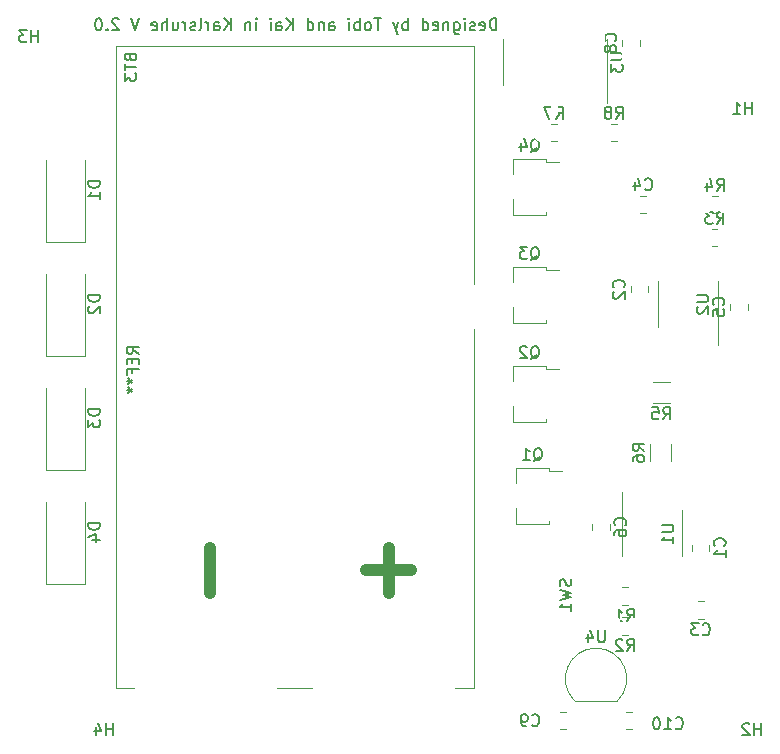
<source format=gbo>
%TF.GenerationSoftware,KiCad,Pcbnew,(5.1.8)-1*%
%TF.CreationDate,2021-11-19T10:40:59+01:00*%
%TF.ProjectId,Base,42617365-2e6b-4696-9361-645f70636258,rev?*%
%TF.SameCoordinates,Original*%
%TF.FileFunction,Legend,Bot*%
%TF.FilePolarity,Positive*%
%FSLAX46Y46*%
G04 Gerber Fmt 4.6, Leading zero omitted, Abs format (unit mm)*
G04 Created by KiCad (PCBNEW (5.1.8)-1) date 2021-11-19 10:40:59*
%MOMM*%
%LPD*%
G01*
G04 APERTURE LIST*
%ADD10C,0.150000*%
%ADD11C,0.120000*%
%ADD12C,1.000000*%
%ADD13O,4.200000X3.200000*%
%ADD14R,12.000000X8.000000*%
%ADD15R,1.500000X2.000000*%
%ADD16O,1.500000X2.000000*%
%ADD17O,0.900000X2.000000*%
%ADD18R,1.800000X3.500000*%
%ADD19R,2.600000X0.900000*%
%ADD20C,0.100000*%
%ADD21O,4.000000X6.500000*%
%ADD22O,6.500000X4.000000*%
%ADD23C,3.200000*%
G04 APERTURE END LIST*
D10*
X153312380Y-68994380D02*
X153312380Y-67994380D01*
X153074285Y-67994380D01*
X152931428Y-68042000D01*
X152836190Y-68137238D01*
X152788571Y-68232476D01*
X152740952Y-68422952D01*
X152740952Y-68565809D01*
X152788571Y-68756285D01*
X152836190Y-68851523D01*
X152931428Y-68946761D01*
X153074285Y-68994380D01*
X153312380Y-68994380D01*
X151931428Y-68946761D02*
X152026666Y-68994380D01*
X152217142Y-68994380D01*
X152312380Y-68946761D01*
X152360000Y-68851523D01*
X152360000Y-68470571D01*
X152312380Y-68375333D01*
X152217142Y-68327714D01*
X152026666Y-68327714D01*
X151931428Y-68375333D01*
X151883809Y-68470571D01*
X151883809Y-68565809D01*
X152360000Y-68661047D01*
X151502857Y-68946761D02*
X151407619Y-68994380D01*
X151217142Y-68994380D01*
X151121904Y-68946761D01*
X151074285Y-68851523D01*
X151074285Y-68803904D01*
X151121904Y-68708666D01*
X151217142Y-68661047D01*
X151360000Y-68661047D01*
X151455238Y-68613428D01*
X151502857Y-68518190D01*
X151502857Y-68470571D01*
X151455238Y-68375333D01*
X151360000Y-68327714D01*
X151217142Y-68327714D01*
X151121904Y-68375333D01*
X150645714Y-68994380D02*
X150645714Y-68327714D01*
X150645714Y-67994380D02*
X150693333Y-68042000D01*
X150645714Y-68089619D01*
X150598095Y-68042000D01*
X150645714Y-67994380D01*
X150645714Y-68089619D01*
X149740952Y-68327714D02*
X149740952Y-69137238D01*
X149788571Y-69232476D01*
X149836190Y-69280095D01*
X149931428Y-69327714D01*
X150074285Y-69327714D01*
X150169523Y-69280095D01*
X149740952Y-68946761D02*
X149836190Y-68994380D01*
X150026666Y-68994380D01*
X150121904Y-68946761D01*
X150169523Y-68899142D01*
X150217142Y-68803904D01*
X150217142Y-68518190D01*
X150169523Y-68422952D01*
X150121904Y-68375333D01*
X150026666Y-68327714D01*
X149836190Y-68327714D01*
X149740952Y-68375333D01*
X149264761Y-68327714D02*
X149264761Y-68994380D01*
X149264761Y-68422952D02*
X149217142Y-68375333D01*
X149121904Y-68327714D01*
X148979047Y-68327714D01*
X148883809Y-68375333D01*
X148836190Y-68470571D01*
X148836190Y-68994380D01*
X147979047Y-68946761D02*
X148074285Y-68994380D01*
X148264761Y-68994380D01*
X148360000Y-68946761D01*
X148407619Y-68851523D01*
X148407619Y-68470571D01*
X148360000Y-68375333D01*
X148264761Y-68327714D01*
X148074285Y-68327714D01*
X147979047Y-68375333D01*
X147931428Y-68470571D01*
X147931428Y-68565809D01*
X148407619Y-68661047D01*
X147074285Y-68994380D02*
X147074285Y-67994380D01*
X147074285Y-68946761D02*
X147169523Y-68994380D01*
X147360000Y-68994380D01*
X147455238Y-68946761D01*
X147502857Y-68899142D01*
X147550476Y-68803904D01*
X147550476Y-68518190D01*
X147502857Y-68422952D01*
X147455238Y-68375333D01*
X147360000Y-68327714D01*
X147169523Y-68327714D01*
X147074285Y-68375333D01*
X145836190Y-68994380D02*
X145836190Y-67994380D01*
X145836190Y-68375333D02*
X145740952Y-68327714D01*
X145550476Y-68327714D01*
X145455238Y-68375333D01*
X145407619Y-68422952D01*
X145360000Y-68518190D01*
X145360000Y-68803904D01*
X145407619Y-68899142D01*
X145455238Y-68946761D01*
X145550476Y-68994380D01*
X145740952Y-68994380D01*
X145836190Y-68946761D01*
X145026666Y-68327714D02*
X144788571Y-68994380D01*
X144550476Y-68327714D02*
X144788571Y-68994380D01*
X144883809Y-69232476D01*
X144931428Y-69280095D01*
X145026666Y-69327714D01*
X143550476Y-67994380D02*
X142979047Y-67994380D01*
X143264761Y-68994380D02*
X143264761Y-67994380D01*
X142502857Y-68994380D02*
X142598095Y-68946761D01*
X142645714Y-68899142D01*
X142693333Y-68803904D01*
X142693333Y-68518190D01*
X142645714Y-68422952D01*
X142598095Y-68375333D01*
X142502857Y-68327714D01*
X142360000Y-68327714D01*
X142264761Y-68375333D01*
X142217142Y-68422952D01*
X142169523Y-68518190D01*
X142169523Y-68803904D01*
X142217142Y-68899142D01*
X142264761Y-68946761D01*
X142360000Y-68994380D01*
X142502857Y-68994380D01*
X141740952Y-68994380D02*
X141740952Y-67994380D01*
X141740952Y-68375333D02*
X141645714Y-68327714D01*
X141455238Y-68327714D01*
X141360000Y-68375333D01*
X141312380Y-68422952D01*
X141264761Y-68518190D01*
X141264761Y-68803904D01*
X141312380Y-68899142D01*
X141360000Y-68946761D01*
X141455238Y-68994380D01*
X141645714Y-68994380D01*
X141740952Y-68946761D01*
X140836190Y-68994380D02*
X140836190Y-68327714D01*
X140836190Y-67994380D02*
X140883809Y-68042000D01*
X140836190Y-68089619D01*
X140788571Y-68042000D01*
X140836190Y-67994380D01*
X140836190Y-68089619D01*
X139169523Y-68994380D02*
X139169523Y-68470571D01*
X139217142Y-68375333D01*
X139312380Y-68327714D01*
X139502857Y-68327714D01*
X139598095Y-68375333D01*
X139169523Y-68946761D02*
X139264761Y-68994380D01*
X139502857Y-68994380D01*
X139598095Y-68946761D01*
X139645714Y-68851523D01*
X139645714Y-68756285D01*
X139598095Y-68661047D01*
X139502857Y-68613428D01*
X139264761Y-68613428D01*
X139169523Y-68565809D01*
X138693333Y-68327714D02*
X138693333Y-68994380D01*
X138693333Y-68422952D02*
X138645714Y-68375333D01*
X138550476Y-68327714D01*
X138407619Y-68327714D01*
X138312380Y-68375333D01*
X138264761Y-68470571D01*
X138264761Y-68994380D01*
X137360000Y-68994380D02*
X137360000Y-67994380D01*
X137360000Y-68946761D02*
X137455238Y-68994380D01*
X137645714Y-68994380D01*
X137740952Y-68946761D01*
X137788571Y-68899142D01*
X137836190Y-68803904D01*
X137836190Y-68518190D01*
X137788571Y-68422952D01*
X137740952Y-68375333D01*
X137645714Y-68327714D01*
X137455238Y-68327714D01*
X137360000Y-68375333D01*
X136121904Y-68994380D02*
X136121904Y-67994380D01*
X135550476Y-68994380D02*
X135979047Y-68422952D01*
X135550476Y-67994380D02*
X136121904Y-68565809D01*
X134693333Y-68994380D02*
X134693333Y-68470571D01*
X134740952Y-68375333D01*
X134836190Y-68327714D01*
X135026666Y-68327714D01*
X135121904Y-68375333D01*
X134693333Y-68946761D02*
X134788571Y-68994380D01*
X135026666Y-68994380D01*
X135121904Y-68946761D01*
X135169523Y-68851523D01*
X135169523Y-68756285D01*
X135121904Y-68661047D01*
X135026666Y-68613428D01*
X134788571Y-68613428D01*
X134693333Y-68565809D01*
X134217142Y-68994380D02*
X134217142Y-68327714D01*
X134217142Y-67994380D02*
X134264761Y-68042000D01*
X134217142Y-68089619D01*
X134169523Y-68042000D01*
X134217142Y-67994380D01*
X134217142Y-68089619D01*
X132979047Y-68994380D02*
X132979047Y-68327714D01*
X132979047Y-67994380D02*
X133026666Y-68042000D01*
X132979047Y-68089619D01*
X132931428Y-68042000D01*
X132979047Y-67994380D01*
X132979047Y-68089619D01*
X132502857Y-68327714D02*
X132502857Y-68994380D01*
X132502857Y-68422952D02*
X132455238Y-68375333D01*
X132360000Y-68327714D01*
X132217142Y-68327714D01*
X132121904Y-68375333D01*
X132074285Y-68470571D01*
X132074285Y-68994380D01*
X130836190Y-68994380D02*
X130836190Y-67994380D01*
X130264761Y-68994380D02*
X130693333Y-68422952D01*
X130264761Y-67994380D02*
X130836190Y-68565809D01*
X129407619Y-68994380D02*
X129407619Y-68470571D01*
X129455238Y-68375333D01*
X129550476Y-68327714D01*
X129740952Y-68327714D01*
X129836190Y-68375333D01*
X129407619Y-68946761D02*
X129502857Y-68994380D01*
X129740952Y-68994380D01*
X129836190Y-68946761D01*
X129883809Y-68851523D01*
X129883809Y-68756285D01*
X129836190Y-68661047D01*
X129740952Y-68613428D01*
X129502857Y-68613428D01*
X129407619Y-68565809D01*
X128931428Y-68994380D02*
X128931428Y-68327714D01*
X128931428Y-68518190D02*
X128883809Y-68422952D01*
X128836190Y-68375333D01*
X128740952Y-68327714D01*
X128645714Y-68327714D01*
X128169523Y-68994380D02*
X128264761Y-68946761D01*
X128312380Y-68851523D01*
X128312380Y-67994380D01*
X127836190Y-68946761D02*
X127740952Y-68994380D01*
X127550476Y-68994380D01*
X127455238Y-68946761D01*
X127407619Y-68851523D01*
X127407619Y-68803904D01*
X127455238Y-68708666D01*
X127550476Y-68661047D01*
X127693333Y-68661047D01*
X127788571Y-68613428D01*
X127836190Y-68518190D01*
X127836190Y-68470571D01*
X127788571Y-68375333D01*
X127693333Y-68327714D01*
X127550476Y-68327714D01*
X127455238Y-68375333D01*
X126979047Y-68994380D02*
X126979047Y-68327714D01*
X126979047Y-68518190D02*
X126931428Y-68422952D01*
X126883809Y-68375333D01*
X126788571Y-68327714D01*
X126693333Y-68327714D01*
X125931428Y-68327714D02*
X125931428Y-68994380D01*
X126360000Y-68327714D02*
X126360000Y-68851523D01*
X126312380Y-68946761D01*
X126217142Y-68994380D01*
X126074285Y-68994380D01*
X125979047Y-68946761D01*
X125931428Y-68899142D01*
X125455238Y-68994380D02*
X125455238Y-67994380D01*
X125026666Y-68994380D02*
X125026666Y-68470571D01*
X125074285Y-68375333D01*
X125169523Y-68327714D01*
X125312380Y-68327714D01*
X125407619Y-68375333D01*
X125455238Y-68422952D01*
X124169523Y-68946761D02*
X124264761Y-68994380D01*
X124455238Y-68994380D01*
X124550476Y-68946761D01*
X124598095Y-68851523D01*
X124598095Y-68470571D01*
X124550476Y-68375333D01*
X124455238Y-68327714D01*
X124264761Y-68327714D01*
X124169523Y-68375333D01*
X124121904Y-68470571D01*
X124121904Y-68565809D01*
X124598095Y-68661047D01*
X123074285Y-67994380D02*
X122740952Y-68994380D01*
X122407619Y-67994380D01*
X121360000Y-68089619D02*
X121312380Y-68042000D01*
X121217142Y-67994380D01*
X120979047Y-67994380D01*
X120883809Y-68042000D01*
X120836190Y-68089619D01*
X120788571Y-68184857D01*
X120788571Y-68280095D01*
X120836190Y-68422952D01*
X121407619Y-68994380D01*
X120788571Y-68994380D01*
X120360000Y-68899142D02*
X120312380Y-68946761D01*
X120360000Y-68994380D01*
X120407619Y-68946761D01*
X120360000Y-68899142D01*
X120360000Y-68994380D01*
X119693333Y-67994380D02*
X119598095Y-67994380D01*
X119502857Y-68042000D01*
X119455238Y-68089619D01*
X119407619Y-68184857D01*
X119360000Y-68375333D01*
X119360000Y-68613428D01*
X119407619Y-68803904D01*
X119455238Y-68899142D01*
X119502857Y-68946761D01*
X119598095Y-68994380D01*
X119693333Y-68994380D01*
X119788571Y-68946761D01*
X119836190Y-68899142D01*
X119883809Y-68803904D01*
X119931428Y-68613428D01*
X119931428Y-68375333D01*
X119883809Y-68184857D01*
X119836190Y-68089619D01*
X119788571Y-68042000D01*
X119693333Y-67994380D01*
D11*
%TO.C,BT3*%
X151420000Y-70320000D02*
X151420000Y-124720000D01*
X121120000Y-70320000D02*
X121120000Y-124720000D01*
X151420000Y-124720000D02*
X121120000Y-124720000D01*
X151420000Y-70320000D02*
X121120000Y-70320000D01*
%TO.C,U3*%
X162715200Y-71691600D02*
X162715200Y-75141600D01*
X162715200Y-71691600D02*
X162715200Y-69741600D01*
X153845200Y-71691600D02*
X153845200Y-73641600D01*
X153845200Y-71691600D02*
X153845200Y-69741600D01*
%TO.C,R6*%
X166311000Y-104035336D02*
X166311000Y-105489464D01*
X168131000Y-104035336D02*
X168131000Y-105489464D01*
%TO.C,R5*%
X166544136Y-100567000D02*
X167998264Y-100567000D01*
X166544136Y-98747000D02*
X167998264Y-98747000D01*
%TO.C,R8*%
X163495064Y-76951000D02*
X163040936Y-76951000D01*
X163495064Y-78421000D02*
X163040936Y-78421000D01*
%TO.C,R7*%
X158431064Y-76951000D02*
X157976936Y-76951000D01*
X158431064Y-78421000D02*
X157976936Y-78421000D01*
%TO.C,R4*%
X172058264Y-83047000D02*
X171604136Y-83047000D01*
X172058264Y-84517000D02*
X171604136Y-84517000D01*
%TO.C,R3*%
X172032264Y-85841000D02*
X171578136Y-85841000D01*
X172032264Y-87311000D02*
X171578136Y-87311000D01*
%TO.C,R2*%
X163983936Y-120191400D02*
X164438064Y-120191400D01*
X163983936Y-118721400D02*
X164438064Y-118721400D01*
%TO.C,R1*%
X163983936Y-117651400D02*
X164438064Y-117651400D01*
X163983936Y-116181400D02*
X164438064Y-116181400D01*
%TO.C,C10*%
X164815252Y-126735000D02*
X164292748Y-126735000D01*
X164815252Y-128205000D02*
X164292748Y-128205000D01*
%TO.C,C9*%
X158704748Y-128205000D02*
X159227252Y-128205000D01*
X158704748Y-126735000D02*
X159227252Y-126735000D01*
%TO.C,C8*%
X163971400Y-69804748D02*
X163971400Y-70327252D01*
X165441400Y-69804748D02*
X165441400Y-70327252D01*
%TO.C,C6*%
X162914000Y-111335652D02*
X162914000Y-110813148D01*
X161444000Y-111335652D02*
X161444000Y-110813148D01*
%TO.C,C5*%
X173128200Y-92169348D02*
X173128200Y-92691852D01*
X174598200Y-92169348D02*
X174598200Y-92691852D01*
%TO.C,C4*%
X165996452Y-84517000D02*
X165473948Y-84517000D01*
X165996452Y-83047000D02*
X165473948Y-83047000D01*
%TO.C,C3*%
X170363348Y-118832400D02*
X170885852Y-118832400D01*
X170363348Y-117362400D02*
X170885852Y-117362400D01*
%TO.C,C2*%
X164682600Y-90683548D02*
X164682600Y-91206052D01*
X166152600Y-90683548D02*
X166152600Y-91206052D01*
%TO.C,C1*%
X171334200Y-113075452D02*
X171334200Y-112552948D01*
X169864200Y-113075452D02*
X169864200Y-112552948D01*
%TO.C,U4*%
X163560000Y-125764000D02*
X159960000Y-125764000D01*
X159921522Y-125752478D02*
G75*
G02*
X161760000Y-121314000I1838478J1838478D01*
G01*
X163598478Y-125752478D02*
G75*
G03*
X161760000Y-121314000I-1838478J1838478D01*
G01*
%TO.C,D4*%
X118452000Y-115868000D02*
X115152000Y-115868000D01*
X115152000Y-115868000D02*
X115152000Y-108968000D01*
X118452000Y-115868000D02*
X118452000Y-108968000D01*
%TO.C,D3*%
X118452000Y-106216000D02*
X115152000Y-106216000D01*
X115152000Y-106216000D02*
X115152000Y-99316000D01*
X118452000Y-106216000D02*
X118452000Y-99316000D01*
%TO.C,D2*%
X118452000Y-96564000D02*
X115152000Y-96564000D01*
X115152000Y-96564000D02*
X115152000Y-89664000D01*
X118452000Y-96564000D02*
X118452000Y-89664000D01*
%TO.C,D1*%
X118452000Y-86912000D02*
X115152000Y-86912000D01*
X115152000Y-86912000D02*
X115152000Y-80012000D01*
X118452000Y-86912000D02*
X118452000Y-80012000D01*
%TO.C,Q1*%
X155020000Y-109470000D02*
X155020000Y-110780000D01*
X155020000Y-110780000D02*
X157740000Y-110780000D01*
X158880000Y-106290000D02*
X157740000Y-106290000D01*
X155020000Y-106060000D02*
X155020000Y-107370000D01*
X157740000Y-106060000D02*
X155020000Y-106060000D01*
X157740000Y-106060000D02*
X157740000Y-106290000D01*
X157740000Y-110780000D02*
X157740000Y-110550000D01*
%TO.C,U2*%
X166985200Y-92176600D02*
X166985200Y-90226600D01*
X166985200Y-92176600D02*
X166985200Y-94126600D01*
X172105200Y-92176600D02*
X172105200Y-90226600D01*
X172105200Y-92176600D02*
X172105200Y-95626600D01*
%TO.C,U1*%
X169057000Y-111582400D02*
X169057000Y-113532400D01*
X169057000Y-111582400D02*
X169057000Y-109632400D01*
X163937000Y-111582400D02*
X163937000Y-113532400D01*
X163937000Y-111582400D02*
X163937000Y-108132400D01*
%TO.C,Q4*%
X154766000Y-83308000D02*
X154766000Y-84618000D01*
X154766000Y-84618000D02*
X157486000Y-84618000D01*
X158626000Y-80128000D02*
X157486000Y-80128000D01*
X154766000Y-79898000D02*
X154766000Y-81208000D01*
X157486000Y-79898000D02*
X154766000Y-79898000D01*
X157486000Y-79898000D02*
X157486000Y-80128000D01*
X157486000Y-84618000D02*
X157486000Y-84388000D01*
%TO.C,Q3*%
X154766000Y-92452000D02*
X154766000Y-93762000D01*
X154766000Y-93762000D02*
X157486000Y-93762000D01*
X158626000Y-89272000D02*
X157486000Y-89272000D01*
X154766000Y-89042000D02*
X154766000Y-90352000D01*
X157486000Y-89042000D02*
X154766000Y-89042000D01*
X157486000Y-89042000D02*
X157486000Y-89272000D01*
X157486000Y-93762000D02*
X157486000Y-93532000D01*
%TO.C,Q2*%
X154766000Y-100834000D02*
X154766000Y-102144000D01*
X154766000Y-102144000D02*
X157486000Y-102144000D01*
X158626000Y-97654000D02*
X157486000Y-97654000D01*
X154766000Y-97424000D02*
X154766000Y-98734000D01*
X157486000Y-97424000D02*
X154766000Y-97424000D01*
X157486000Y-97424000D02*
X157486000Y-97654000D01*
X157486000Y-102144000D02*
X157486000Y-101914000D01*
%TO.C,SW1*%
D10*
X159624761Y-115468666D02*
X159672380Y-115611523D01*
X159672380Y-115849619D01*
X159624761Y-115944857D01*
X159577142Y-115992476D01*
X159481904Y-116040095D01*
X159386666Y-116040095D01*
X159291428Y-115992476D01*
X159243809Y-115944857D01*
X159196190Y-115849619D01*
X159148571Y-115659142D01*
X159100952Y-115563904D01*
X159053333Y-115516285D01*
X158958095Y-115468666D01*
X158862857Y-115468666D01*
X158767619Y-115516285D01*
X158720000Y-115563904D01*
X158672380Y-115659142D01*
X158672380Y-115897238D01*
X158720000Y-116040095D01*
X158672380Y-116373428D02*
X159672380Y-116611523D01*
X158958095Y-116802000D01*
X159672380Y-116992476D01*
X158672380Y-117230571D01*
X159672380Y-118135333D02*
X159672380Y-117563904D01*
X159672380Y-117849619D02*
X158672380Y-117849619D01*
X158815238Y-117754380D01*
X158910476Y-117659142D01*
X158958095Y-117563904D01*
%TO.C,BT3*%
X122318571Y-71312285D02*
X122366190Y-71455142D01*
X122413809Y-71502761D01*
X122509047Y-71550380D01*
X122651904Y-71550380D01*
X122747142Y-71502761D01*
X122794761Y-71455142D01*
X122842380Y-71359904D01*
X122842380Y-70978952D01*
X121842380Y-70978952D01*
X121842380Y-71312285D01*
X121890000Y-71407523D01*
X121937619Y-71455142D01*
X122032857Y-71502761D01*
X122128095Y-71502761D01*
X122223333Y-71455142D01*
X122270952Y-71407523D01*
X122318571Y-71312285D01*
X122318571Y-70978952D01*
X121842380Y-71836095D02*
X121842380Y-72407523D01*
X122842380Y-72121809D02*
X121842380Y-72121809D01*
X121842380Y-72645619D02*
X121842380Y-73264666D01*
X122223333Y-72931333D01*
X122223333Y-73074190D01*
X122270952Y-73169428D01*
X122318571Y-73217047D01*
X122413809Y-73264666D01*
X122651904Y-73264666D01*
X122747142Y-73217047D01*
X122794761Y-73169428D01*
X122842380Y-73074190D01*
X122842380Y-72788476D01*
X122794761Y-72693238D01*
X122747142Y-72645619D01*
D12*
X129052142Y-112815238D02*
X129052142Y-116624761D01*
D10*
X123022380Y-96386666D02*
X122546190Y-96053333D01*
X123022380Y-95815238D02*
X122022380Y-95815238D01*
X122022380Y-96196190D01*
X122070000Y-96291428D01*
X122117619Y-96339047D01*
X122212857Y-96386666D01*
X122355714Y-96386666D01*
X122450952Y-96339047D01*
X122498571Y-96291428D01*
X122546190Y-96196190D01*
X122546190Y-95815238D01*
X122498571Y-96815238D02*
X122498571Y-97148571D01*
X123022380Y-97291428D02*
X123022380Y-96815238D01*
X122022380Y-96815238D01*
X122022380Y-97291428D01*
X122498571Y-98053333D02*
X122498571Y-97720000D01*
X123022380Y-97720000D02*
X122022380Y-97720000D01*
X122022380Y-98196190D01*
X122022380Y-98720000D02*
X122260476Y-98720000D01*
X122165238Y-98481904D02*
X122260476Y-98720000D01*
X122165238Y-98958095D01*
X122450952Y-98577142D02*
X122260476Y-98720000D01*
X122450952Y-98862857D01*
X122022380Y-99481904D02*
X122260476Y-99481904D01*
X122165238Y-99243809D02*
X122260476Y-99481904D01*
X122165238Y-99720000D01*
X122450952Y-99339047D02*
X122260476Y-99481904D01*
X122450952Y-99624761D01*
D12*
X144202142Y-112815238D02*
X144202142Y-116624761D01*
X146106904Y-114720000D02*
X142297380Y-114720000D01*
%TO.C,U3*%
D10*
X163012580Y-70929695D02*
X163822104Y-70929695D01*
X163917342Y-70977314D01*
X163964961Y-71024933D01*
X164012580Y-71120171D01*
X164012580Y-71310647D01*
X163964961Y-71405885D01*
X163917342Y-71453504D01*
X163822104Y-71501123D01*
X163012580Y-71501123D01*
X163012580Y-71882076D02*
X163012580Y-72501123D01*
X163393533Y-72167790D01*
X163393533Y-72310647D01*
X163441152Y-72405885D01*
X163488771Y-72453504D01*
X163584009Y-72501123D01*
X163822104Y-72501123D01*
X163917342Y-72453504D01*
X163964961Y-72405885D01*
X164012580Y-72310647D01*
X164012580Y-72024933D01*
X163964961Y-71929695D01*
X163917342Y-71882076D01*
%TO.C,R6*%
X165853380Y-104595733D02*
X165377190Y-104262400D01*
X165853380Y-104024304D02*
X164853380Y-104024304D01*
X164853380Y-104405257D01*
X164901000Y-104500495D01*
X164948619Y-104548114D01*
X165043857Y-104595733D01*
X165186714Y-104595733D01*
X165281952Y-104548114D01*
X165329571Y-104500495D01*
X165377190Y-104405257D01*
X165377190Y-104024304D01*
X164853380Y-105452876D02*
X164853380Y-105262400D01*
X164901000Y-105167161D01*
X164948619Y-105119542D01*
X165091476Y-105024304D01*
X165281952Y-104976685D01*
X165662904Y-104976685D01*
X165758142Y-105024304D01*
X165805761Y-105071923D01*
X165853380Y-105167161D01*
X165853380Y-105357638D01*
X165805761Y-105452876D01*
X165758142Y-105500495D01*
X165662904Y-105548114D01*
X165424809Y-105548114D01*
X165329571Y-105500495D01*
X165281952Y-105452876D01*
X165234333Y-105357638D01*
X165234333Y-105167161D01*
X165281952Y-105071923D01*
X165329571Y-105024304D01*
X165424809Y-104976685D01*
%TO.C,R5*%
X167437866Y-101929380D02*
X167771200Y-101453190D01*
X168009295Y-101929380D02*
X168009295Y-100929380D01*
X167628342Y-100929380D01*
X167533104Y-100977000D01*
X167485485Y-101024619D01*
X167437866Y-101119857D01*
X167437866Y-101262714D01*
X167485485Y-101357952D01*
X167533104Y-101405571D01*
X167628342Y-101453190D01*
X168009295Y-101453190D01*
X166533104Y-100929380D02*
X167009295Y-100929380D01*
X167056914Y-101405571D01*
X167009295Y-101357952D01*
X166914057Y-101310333D01*
X166675961Y-101310333D01*
X166580723Y-101357952D01*
X166533104Y-101405571D01*
X166485485Y-101500809D01*
X166485485Y-101738904D01*
X166533104Y-101834142D01*
X166580723Y-101881761D01*
X166675961Y-101929380D01*
X166914057Y-101929380D01*
X167009295Y-101881761D01*
X167056914Y-101834142D01*
%TO.C,R8*%
X163434666Y-76488380D02*
X163768000Y-76012190D01*
X164006095Y-76488380D02*
X164006095Y-75488380D01*
X163625142Y-75488380D01*
X163529904Y-75536000D01*
X163482285Y-75583619D01*
X163434666Y-75678857D01*
X163434666Y-75821714D01*
X163482285Y-75916952D01*
X163529904Y-75964571D01*
X163625142Y-76012190D01*
X164006095Y-76012190D01*
X162863238Y-75916952D02*
X162958476Y-75869333D01*
X163006095Y-75821714D01*
X163053714Y-75726476D01*
X163053714Y-75678857D01*
X163006095Y-75583619D01*
X162958476Y-75536000D01*
X162863238Y-75488380D01*
X162672761Y-75488380D01*
X162577523Y-75536000D01*
X162529904Y-75583619D01*
X162482285Y-75678857D01*
X162482285Y-75726476D01*
X162529904Y-75821714D01*
X162577523Y-75869333D01*
X162672761Y-75916952D01*
X162863238Y-75916952D01*
X162958476Y-75964571D01*
X163006095Y-76012190D01*
X163053714Y-76107428D01*
X163053714Y-76297904D01*
X163006095Y-76393142D01*
X162958476Y-76440761D01*
X162863238Y-76488380D01*
X162672761Y-76488380D01*
X162577523Y-76440761D01*
X162529904Y-76393142D01*
X162482285Y-76297904D01*
X162482285Y-76107428D01*
X162529904Y-76012190D01*
X162577523Y-75964571D01*
X162672761Y-75916952D01*
%TO.C,R7*%
X158370666Y-76488380D02*
X158704000Y-76012190D01*
X158942095Y-76488380D02*
X158942095Y-75488380D01*
X158561142Y-75488380D01*
X158465904Y-75536000D01*
X158418285Y-75583619D01*
X158370666Y-75678857D01*
X158370666Y-75821714D01*
X158418285Y-75916952D01*
X158465904Y-75964571D01*
X158561142Y-76012190D01*
X158942095Y-76012190D01*
X158037333Y-75488380D02*
X157370666Y-75488380D01*
X157799238Y-76488380D01*
%TO.C,R4*%
X171997866Y-82584380D02*
X172331200Y-82108190D01*
X172569295Y-82584380D02*
X172569295Y-81584380D01*
X172188342Y-81584380D01*
X172093104Y-81632000D01*
X172045485Y-81679619D01*
X171997866Y-81774857D01*
X171997866Y-81917714D01*
X172045485Y-82012952D01*
X172093104Y-82060571D01*
X172188342Y-82108190D01*
X172569295Y-82108190D01*
X171140723Y-81917714D02*
X171140723Y-82584380D01*
X171378819Y-81536761D02*
X171616914Y-82251047D01*
X170997866Y-82251047D01*
%TO.C,R3*%
X171971866Y-85378380D02*
X172305200Y-84902190D01*
X172543295Y-85378380D02*
X172543295Y-84378380D01*
X172162342Y-84378380D01*
X172067104Y-84426000D01*
X172019485Y-84473619D01*
X171971866Y-84568857D01*
X171971866Y-84711714D01*
X172019485Y-84806952D01*
X172067104Y-84854571D01*
X172162342Y-84902190D01*
X172543295Y-84902190D01*
X171638533Y-84378380D02*
X171019485Y-84378380D01*
X171352819Y-84759333D01*
X171209961Y-84759333D01*
X171114723Y-84806952D01*
X171067104Y-84854571D01*
X171019485Y-84949809D01*
X171019485Y-85187904D01*
X171067104Y-85283142D01*
X171114723Y-85330761D01*
X171209961Y-85378380D01*
X171495676Y-85378380D01*
X171590914Y-85330761D01*
X171638533Y-85283142D01*
%TO.C,R2*%
X164377666Y-121558780D02*
X164711000Y-121082590D01*
X164949095Y-121558780D02*
X164949095Y-120558780D01*
X164568142Y-120558780D01*
X164472904Y-120606400D01*
X164425285Y-120654019D01*
X164377666Y-120749257D01*
X164377666Y-120892114D01*
X164425285Y-120987352D01*
X164472904Y-121034971D01*
X164568142Y-121082590D01*
X164949095Y-121082590D01*
X163996714Y-120654019D02*
X163949095Y-120606400D01*
X163853857Y-120558780D01*
X163615761Y-120558780D01*
X163520523Y-120606400D01*
X163472904Y-120654019D01*
X163425285Y-120749257D01*
X163425285Y-120844495D01*
X163472904Y-120987352D01*
X164044333Y-121558780D01*
X163425285Y-121558780D01*
%TO.C,R1*%
X164377666Y-119018780D02*
X164711000Y-118542590D01*
X164949095Y-119018780D02*
X164949095Y-118018780D01*
X164568142Y-118018780D01*
X164472904Y-118066400D01*
X164425285Y-118114019D01*
X164377666Y-118209257D01*
X164377666Y-118352114D01*
X164425285Y-118447352D01*
X164472904Y-118494971D01*
X164568142Y-118542590D01*
X164949095Y-118542590D01*
X163425285Y-119018780D02*
X163996714Y-119018780D01*
X163711000Y-119018780D02*
X163711000Y-118018780D01*
X163806238Y-118161638D01*
X163901476Y-118256876D01*
X163996714Y-118304495D01*
%TO.C,C10*%
X168498857Y-128081142D02*
X168546476Y-128128761D01*
X168689333Y-128176380D01*
X168784571Y-128176380D01*
X168927428Y-128128761D01*
X169022666Y-128033523D01*
X169070285Y-127938285D01*
X169117904Y-127747809D01*
X169117904Y-127604952D01*
X169070285Y-127414476D01*
X169022666Y-127319238D01*
X168927428Y-127224000D01*
X168784571Y-127176380D01*
X168689333Y-127176380D01*
X168546476Y-127224000D01*
X168498857Y-127271619D01*
X167546476Y-128176380D02*
X168117904Y-128176380D01*
X167832190Y-128176380D02*
X167832190Y-127176380D01*
X167927428Y-127319238D01*
X168022666Y-127414476D01*
X168117904Y-127462095D01*
X166927428Y-127176380D02*
X166832190Y-127176380D01*
X166736952Y-127224000D01*
X166689333Y-127271619D01*
X166641714Y-127366857D01*
X166594095Y-127557333D01*
X166594095Y-127795428D01*
X166641714Y-127985904D01*
X166689333Y-128081142D01*
X166736952Y-128128761D01*
X166832190Y-128176380D01*
X166927428Y-128176380D01*
X167022666Y-128128761D01*
X167070285Y-128081142D01*
X167117904Y-127985904D01*
X167165523Y-127795428D01*
X167165523Y-127557333D01*
X167117904Y-127366857D01*
X167070285Y-127271619D01*
X167022666Y-127224000D01*
X166927428Y-127176380D01*
%TO.C,C9*%
X156338666Y-127827142D02*
X156386285Y-127874761D01*
X156529142Y-127922380D01*
X156624380Y-127922380D01*
X156767238Y-127874761D01*
X156862476Y-127779523D01*
X156910095Y-127684285D01*
X156957714Y-127493809D01*
X156957714Y-127350952D01*
X156910095Y-127160476D01*
X156862476Y-127065238D01*
X156767238Y-126970000D01*
X156624380Y-126922380D01*
X156529142Y-126922380D01*
X156386285Y-126970000D01*
X156338666Y-127017619D01*
X155862476Y-127922380D02*
X155672000Y-127922380D01*
X155576761Y-127874761D01*
X155529142Y-127827142D01*
X155433904Y-127684285D01*
X155386285Y-127493809D01*
X155386285Y-127112857D01*
X155433904Y-127017619D01*
X155481523Y-126970000D01*
X155576761Y-126922380D01*
X155767238Y-126922380D01*
X155862476Y-126970000D01*
X155910095Y-127017619D01*
X155957714Y-127112857D01*
X155957714Y-127350952D01*
X155910095Y-127446190D01*
X155862476Y-127493809D01*
X155767238Y-127541428D01*
X155576761Y-127541428D01*
X155481523Y-127493809D01*
X155433904Y-127446190D01*
X155386285Y-127350952D01*
%TO.C,C8*%
X163383542Y-69899333D02*
X163431161Y-69851714D01*
X163478780Y-69708857D01*
X163478780Y-69613619D01*
X163431161Y-69470761D01*
X163335923Y-69375523D01*
X163240685Y-69327904D01*
X163050209Y-69280285D01*
X162907352Y-69280285D01*
X162716876Y-69327904D01*
X162621638Y-69375523D01*
X162526400Y-69470761D01*
X162478780Y-69613619D01*
X162478780Y-69708857D01*
X162526400Y-69851714D01*
X162574019Y-69899333D01*
X162907352Y-70470761D02*
X162859733Y-70375523D01*
X162812114Y-70327904D01*
X162716876Y-70280285D01*
X162669257Y-70280285D01*
X162574019Y-70327904D01*
X162526400Y-70375523D01*
X162478780Y-70470761D01*
X162478780Y-70661238D01*
X162526400Y-70756476D01*
X162574019Y-70804095D01*
X162669257Y-70851714D01*
X162716876Y-70851714D01*
X162812114Y-70804095D01*
X162859733Y-70756476D01*
X162907352Y-70661238D01*
X162907352Y-70470761D01*
X162954971Y-70375523D01*
X163002590Y-70327904D01*
X163097828Y-70280285D01*
X163288304Y-70280285D01*
X163383542Y-70327904D01*
X163431161Y-70375523D01*
X163478780Y-70470761D01*
X163478780Y-70661238D01*
X163431161Y-70756476D01*
X163383542Y-70804095D01*
X163288304Y-70851714D01*
X163097828Y-70851714D01*
X163002590Y-70804095D01*
X162954971Y-70756476D01*
X162907352Y-70661238D01*
%TO.C,C6*%
X164216142Y-110907733D02*
X164263761Y-110860114D01*
X164311380Y-110717257D01*
X164311380Y-110622019D01*
X164263761Y-110479161D01*
X164168523Y-110383923D01*
X164073285Y-110336304D01*
X163882809Y-110288685D01*
X163739952Y-110288685D01*
X163549476Y-110336304D01*
X163454238Y-110383923D01*
X163359000Y-110479161D01*
X163311380Y-110622019D01*
X163311380Y-110717257D01*
X163359000Y-110860114D01*
X163406619Y-110907733D01*
X163311380Y-111764876D02*
X163311380Y-111574400D01*
X163359000Y-111479161D01*
X163406619Y-111431542D01*
X163549476Y-111336304D01*
X163739952Y-111288685D01*
X164120904Y-111288685D01*
X164216142Y-111336304D01*
X164263761Y-111383923D01*
X164311380Y-111479161D01*
X164311380Y-111669638D01*
X164263761Y-111764876D01*
X164216142Y-111812495D01*
X164120904Y-111860114D01*
X163882809Y-111860114D01*
X163787571Y-111812495D01*
X163739952Y-111764876D01*
X163692333Y-111669638D01*
X163692333Y-111479161D01*
X163739952Y-111383923D01*
X163787571Y-111336304D01*
X163882809Y-111288685D01*
%TO.C,C5*%
X172540342Y-92263933D02*
X172587961Y-92216314D01*
X172635580Y-92073457D01*
X172635580Y-91978219D01*
X172587961Y-91835361D01*
X172492723Y-91740123D01*
X172397485Y-91692504D01*
X172207009Y-91644885D01*
X172064152Y-91644885D01*
X171873676Y-91692504D01*
X171778438Y-91740123D01*
X171683200Y-91835361D01*
X171635580Y-91978219D01*
X171635580Y-92073457D01*
X171683200Y-92216314D01*
X171730819Y-92263933D01*
X171635580Y-93168695D02*
X171635580Y-92692504D01*
X172111771Y-92644885D01*
X172064152Y-92692504D01*
X172016533Y-92787742D01*
X172016533Y-93025838D01*
X172064152Y-93121076D01*
X172111771Y-93168695D01*
X172207009Y-93216314D01*
X172445104Y-93216314D01*
X172540342Y-93168695D01*
X172587961Y-93121076D01*
X172635580Y-93025838D01*
X172635580Y-92787742D01*
X172587961Y-92692504D01*
X172540342Y-92644885D01*
%TO.C,C4*%
X165901866Y-82459142D02*
X165949485Y-82506761D01*
X166092342Y-82554380D01*
X166187580Y-82554380D01*
X166330438Y-82506761D01*
X166425676Y-82411523D01*
X166473295Y-82316285D01*
X166520914Y-82125809D01*
X166520914Y-81982952D01*
X166473295Y-81792476D01*
X166425676Y-81697238D01*
X166330438Y-81602000D01*
X166187580Y-81554380D01*
X166092342Y-81554380D01*
X165949485Y-81602000D01*
X165901866Y-81649619D01*
X165044723Y-81887714D02*
X165044723Y-82554380D01*
X165282819Y-81506761D02*
X165520914Y-82221047D01*
X164901866Y-82221047D01*
%TO.C,C3*%
X170791266Y-120134542D02*
X170838885Y-120182161D01*
X170981742Y-120229780D01*
X171076980Y-120229780D01*
X171219838Y-120182161D01*
X171315076Y-120086923D01*
X171362695Y-119991685D01*
X171410314Y-119801209D01*
X171410314Y-119658352D01*
X171362695Y-119467876D01*
X171315076Y-119372638D01*
X171219838Y-119277400D01*
X171076980Y-119229780D01*
X170981742Y-119229780D01*
X170838885Y-119277400D01*
X170791266Y-119325019D01*
X170457933Y-119229780D02*
X169838885Y-119229780D01*
X170172219Y-119610733D01*
X170029361Y-119610733D01*
X169934123Y-119658352D01*
X169886504Y-119705971D01*
X169838885Y-119801209D01*
X169838885Y-120039304D01*
X169886504Y-120134542D01*
X169934123Y-120182161D01*
X170029361Y-120229780D01*
X170315076Y-120229780D01*
X170410314Y-120182161D01*
X170457933Y-120134542D01*
%TO.C,C2*%
X164094742Y-90778133D02*
X164142361Y-90730514D01*
X164189980Y-90587657D01*
X164189980Y-90492419D01*
X164142361Y-90349561D01*
X164047123Y-90254323D01*
X163951885Y-90206704D01*
X163761409Y-90159085D01*
X163618552Y-90159085D01*
X163428076Y-90206704D01*
X163332838Y-90254323D01*
X163237600Y-90349561D01*
X163189980Y-90492419D01*
X163189980Y-90587657D01*
X163237600Y-90730514D01*
X163285219Y-90778133D01*
X163285219Y-91159085D02*
X163237600Y-91206704D01*
X163189980Y-91301942D01*
X163189980Y-91540038D01*
X163237600Y-91635276D01*
X163285219Y-91682895D01*
X163380457Y-91730514D01*
X163475695Y-91730514D01*
X163618552Y-91682895D01*
X164189980Y-91111466D01*
X164189980Y-91730514D01*
%TO.C,C1*%
X172636342Y-112647533D02*
X172683961Y-112599914D01*
X172731580Y-112457057D01*
X172731580Y-112361819D01*
X172683961Y-112218961D01*
X172588723Y-112123723D01*
X172493485Y-112076104D01*
X172303009Y-112028485D01*
X172160152Y-112028485D01*
X171969676Y-112076104D01*
X171874438Y-112123723D01*
X171779200Y-112218961D01*
X171731580Y-112361819D01*
X171731580Y-112457057D01*
X171779200Y-112599914D01*
X171826819Y-112647533D01*
X172731580Y-113599914D02*
X172731580Y-113028485D01*
X172731580Y-113314200D02*
X171731580Y-113314200D01*
X171874438Y-113218961D01*
X171969676Y-113123723D01*
X172017295Y-113028485D01*
%TO.C,U4*%
X162521904Y-119806380D02*
X162521904Y-120615904D01*
X162474285Y-120711142D01*
X162426666Y-120758761D01*
X162331428Y-120806380D01*
X162140952Y-120806380D01*
X162045714Y-120758761D01*
X161998095Y-120711142D01*
X161950476Y-120615904D01*
X161950476Y-119806380D01*
X161045714Y-120139714D02*
X161045714Y-120806380D01*
X161283809Y-119758761D02*
X161521904Y-120473047D01*
X160902857Y-120473047D01*
%TO.C,D4*%
X119754380Y-110729904D02*
X118754380Y-110729904D01*
X118754380Y-110968000D01*
X118802000Y-111110857D01*
X118897238Y-111206095D01*
X118992476Y-111253714D01*
X119182952Y-111301333D01*
X119325809Y-111301333D01*
X119516285Y-111253714D01*
X119611523Y-111206095D01*
X119706761Y-111110857D01*
X119754380Y-110968000D01*
X119754380Y-110729904D01*
X119087714Y-112158476D02*
X119754380Y-112158476D01*
X118706761Y-111920380D02*
X119421047Y-111682285D01*
X119421047Y-112301333D01*
%TO.C,D3*%
X119754380Y-101077904D02*
X118754380Y-101077904D01*
X118754380Y-101316000D01*
X118802000Y-101458857D01*
X118897238Y-101554095D01*
X118992476Y-101601714D01*
X119182952Y-101649333D01*
X119325809Y-101649333D01*
X119516285Y-101601714D01*
X119611523Y-101554095D01*
X119706761Y-101458857D01*
X119754380Y-101316000D01*
X119754380Y-101077904D01*
X118754380Y-101982666D02*
X118754380Y-102601714D01*
X119135333Y-102268380D01*
X119135333Y-102411238D01*
X119182952Y-102506476D01*
X119230571Y-102554095D01*
X119325809Y-102601714D01*
X119563904Y-102601714D01*
X119659142Y-102554095D01*
X119706761Y-102506476D01*
X119754380Y-102411238D01*
X119754380Y-102125523D01*
X119706761Y-102030285D01*
X119659142Y-101982666D01*
%TO.C,D2*%
X119754380Y-91425904D02*
X118754380Y-91425904D01*
X118754380Y-91664000D01*
X118802000Y-91806857D01*
X118897238Y-91902095D01*
X118992476Y-91949714D01*
X119182952Y-91997333D01*
X119325809Y-91997333D01*
X119516285Y-91949714D01*
X119611523Y-91902095D01*
X119706761Y-91806857D01*
X119754380Y-91664000D01*
X119754380Y-91425904D01*
X118849619Y-92378285D02*
X118802000Y-92425904D01*
X118754380Y-92521142D01*
X118754380Y-92759238D01*
X118802000Y-92854476D01*
X118849619Y-92902095D01*
X118944857Y-92949714D01*
X119040095Y-92949714D01*
X119182952Y-92902095D01*
X119754380Y-92330666D01*
X119754380Y-92949714D01*
%TO.C,D1*%
X119754380Y-81773904D02*
X118754380Y-81773904D01*
X118754380Y-82012000D01*
X118802000Y-82154857D01*
X118897238Y-82250095D01*
X118992476Y-82297714D01*
X119182952Y-82345333D01*
X119325809Y-82345333D01*
X119516285Y-82297714D01*
X119611523Y-82250095D01*
X119706761Y-82154857D01*
X119754380Y-82012000D01*
X119754380Y-81773904D01*
X119754380Y-83297714D02*
X119754380Y-82726285D01*
X119754380Y-83012000D02*
X118754380Y-83012000D01*
X118897238Y-82916761D01*
X118992476Y-82821523D01*
X119040095Y-82726285D01*
%TO.C,Q1*%
X156475238Y-105467619D02*
X156570476Y-105420000D01*
X156665714Y-105324761D01*
X156808571Y-105181904D01*
X156903809Y-105134285D01*
X156999047Y-105134285D01*
X156951428Y-105372380D02*
X157046666Y-105324761D01*
X157141904Y-105229523D01*
X157189523Y-105039047D01*
X157189523Y-104705714D01*
X157141904Y-104515238D01*
X157046666Y-104420000D01*
X156951428Y-104372380D01*
X156760952Y-104372380D01*
X156665714Y-104420000D01*
X156570476Y-104515238D01*
X156522857Y-104705714D01*
X156522857Y-105039047D01*
X156570476Y-105229523D01*
X156665714Y-105324761D01*
X156760952Y-105372380D01*
X156951428Y-105372380D01*
X155570476Y-105372380D02*
X156141904Y-105372380D01*
X155856190Y-105372380D02*
X155856190Y-104372380D01*
X155951428Y-104515238D01*
X156046666Y-104610476D01*
X156141904Y-104658095D01*
%TO.C,H4*%
X120865904Y-128684380D02*
X120865904Y-127684380D01*
X120865904Y-128160571D02*
X120294476Y-128160571D01*
X120294476Y-128684380D02*
X120294476Y-127684380D01*
X119389714Y-128017714D02*
X119389714Y-128684380D01*
X119627809Y-127636761D02*
X119865904Y-128351047D01*
X119246857Y-128351047D01*
%TO.C,H3*%
X114515904Y-70010380D02*
X114515904Y-69010380D01*
X114515904Y-69486571D02*
X113944476Y-69486571D01*
X113944476Y-70010380D02*
X113944476Y-69010380D01*
X113563523Y-69010380D02*
X112944476Y-69010380D01*
X113277809Y-69391333D01*
X113134952Y-69391333D01*
X113039714Y-69438952D01*
X112992095Y-69486571D01*
X112944476Y-69581809D01*
X112944476Y-69819904D01*
X112992095Y-69915142D01*
X113039714Y-69962761D01*
X113134952Y-70010380D01*
X113420666Y-70010380D01*
X113515904Y-69962761D01*
X113563523Y-69915142D01*
%TO.C,H2*%
X175729904Y-128684380D02*
X175729904Y-127684380D01*
X175729904Y-128160571D02*
X175158476Y-128160571D01*
X175158476Y-128684380D02*
X175158476Y-127684380D01*
X174729904Y-127779619D02*
X174682285Y-127732000D01*
X174587047Y-127684380D01*
X174348952Y-127684380D01*
X174253714Y-127732000D01*
X174206095Y-127779619D01*
X174158476Y-127874857D01*
X174158476Y-127970095D01*
X174206095Y-128112952D01*
X174777523Y-128684380D01*
X174158476Y-128684380D01*
%TO.C,H1*%
X174967904Y-76106380D02*
X174967904Y-75106380D01*
X174967904Y-75582571D02*
X174396476Y-75582571D01*
X174396476Y-76106380D02*
X174396476Y-75106380D01*
X173396476Y-76106380D02*
X173967904Y-76106380D01*
X173682190Y-76106380D02*
X173682190Y-75106380D01*
X173777428Y-75249238D01*
X173872666Y-75344476D01*
X173967904Y-75392095D01*
%TO.C,U2*%
X170280180Y-91414795D02*
X171089704Y-91414795D01*
X171184942Y-91462414D01*
X171232561Y-91510033D01*
X171280180Y-91605271D01*
X171280180Y-91795747D01*
X171232561Y-91890985D01*
X171184942Y-91938604D01*
X171089704Y-91986223D01*
X170280180Y-91986223D01*
X170375419Y-92414795D02*
X170327800Y-92462414D01*
X170280180Y-92557652D01*
X170280180Y-92795747D01*
X170327800Y-92890985D01*
X170375419Y-92938604D01*
X170470657Y-92986223D01*
X170565895Y-92986223D01*
X170708752Y-92938604D01*
X171280180Y-92367176D01*
X171280180Y-92986223D01*
%TO.C,U1*%
X167308380Y-110883895D02*
X168117904Y-110883895D01*
X168213142Y-110931514D01*
X168260761Y-110979133D01*
X168308380Y-111074371D01*
X168308380Y-111264847D01*
X168260761Y-111360085D01*
X168213142Y-111407704D01*
X168117904Y-111455323D01*
X167308380Y-111455323D01*
X168308380Y-112455323D02*
X168308380Y-111883895D01*
X168308380Y-112169609D02*
X167308380Y-112169609D01*
X167451238Y-112074371D01*
X167546476Y-111979133D01*
X167594095Y-111883895D01*
%TO.C,Q4*%
X156221238Y-79305619D02*
X156316476Y-79258000D01*
X156411714Y-79162761D01*
X156554571Y-79019904D01*
X156649809Y-78972285D01*
X156745047Y-78972285D01*
X156697428Y-79210380D02*
X156792666Y-79162761D01*
X156887904Y-79067523D01*
X156935523Y-78877047D01*
X156935523Y-78543714D01*
X156887904Y-78353238D01*
X156792666Y-78258000D01*
X156697428Y-78210380D01*
X156506952Y-78210380D01*
X156411714Y-78258000D01*
X156316476Y-78353238D01*
X156268857Y-78543714D01*
X156268857Y-78877047D01*
X156316476Y-79067523D01*
X156411714Y-79162761D01*
X156506952Y-79210380D01*
X156697428Y-79210380D01*
X155411714Y-78543714D02*
X155411714Y-79210380D01*
X155649809Y-78162761D02*
X155887904Y-78877047D01*
X155268857Y-78877047D01*
%TO.C,Q3*%
X156221238Y-88449619D02*
X156316476Y-88402000D01*
X156411714Y-88306761D01*
X156554571Y-88163904D01*
X156649809Y-88116285D01*
X156745047Y-88116285D01*
X156697428Y-88354380D02*
X156792666Y-88306761D01*
X156887904Y-88211523D01*
X156935523Y-88021047D01*
X156935523Y-87687714D01*
X156887904Y-87497238D01*
X156792666Y-87402000D01*
X156697428Y-87354380D01*
X156506952Y-87354380D01*
X156411714Y-87402000D01*
X156316476Y-87497238D01*
X156268857Y-87687714D01*
X156268857Y-88021047D01*
X156316476Y-88211523D01*
X156411714Y-88306761D01*
X156506952Y-88354380D01*
X156697428Y-88354380D01*
X155935523Y-87354380D02*
X155316476Y-87354380D01*
X155649809Y-87735333D01*
X155506952Y-87735333D01*
X155411714Y-87782952D01*
X155364095Y-87830571D01*
X155316476Y-87925809D01*
X155316476Y-88163904D01*
X155364095Y-88259142D01*
X155411714Y-88306761D01*
X155506952Y-88354380D01*
X155792666Y-88354380D01*
X155887904Y-88306761D01*
X155935523Y-88259142D01*
%TO.C,Q2*%
X156221238Y-96831619D02*
X156316476Y-96784000D01*
X156411714Y-96688761D01*
X156554571Y-96545904D01*
X156649809Y-96498285D01*
X156745047Y-96498285D01*
X156697428Y-96736380D02*
X156792666Y-96688761D01*
X156887904Y-96593523D01*
X156935523Y-96403047D01*
X156935523Y-96069714D01*
X156887904Y-95879238D01*
X156792666Y-95784000D01*
X156697428Y-95736380D01*
X156506952Y-95736380D01*
X156411714Y-95784000D01*
X156316476Y-95879238D01*
X156268857Y-96069714D01*
X156268857Y-96403047D01*
X156316476Y-96593523D01*
X156411714Y-96688761D01*
X156506952Y-96736380D01*
X156697428Y-96736380D01*
X155887904Y-95831619D02*
X155840285Y-95784000D01*
X155745047Y-95736380D01*
X155506952Y-95736380D01*
X155411714Y-95784000D01*
X155364095Y-95831619D01*
X155316476Y-95926857D01*
X155316476Y-96022095D01*
X155364095Y-96164952D01*
X155935523Y-96736380D01*
X155316476Y-96736380D01*
%TD*%
%LPC*%
D13*
%TO.C,SW1*%
X155408000Y-114579500D03*
X155408000Y-119279500D03*
X155408000Y-123979500D03*
%TD*%
D14*
%TO.C,BT3*%
X128695000Y-124720000D03*
X143845000Y-124720000D03*
%TD*%
%TO.C,U3*%
G36*
G01*
X162290200Y-70216600D02*
X161890200Y-70216600D01*
G75*
G02*
X161690200Y-70016600I0J200000D01*
G01*
X161690200Y-67416600D01*
G75*
G02*
X161890200Y-67216600I200000J0D01*
G01*
X162290200Y-67216600D01*
G75*
G02*
X162490200Y-67416600I0J-200000D01*
G01*
X162490200Y-70016600D01*
G75*
G02*
X162290200Y-70216600I-200000J0D01*
G01*
G37*
G36*
G01*
X160970200Y-70216600D02*
X160670200Y-70216600D01*
G75*
G02*
X160520200Y-70066600I0J150000D01*
G01*
X160520200Y-67366600D01*
G75*
G02*
X160670200Y-67216600I150000J0D01*
G01*
X160970200Y-67216600D01*
G75*
G02*
X161120200Y-67366600I0J-150000D01*
G01*
X161120200Y-70066600D01*
G75*
G02*
X160970200Y-70216600I-150000J0D01*
G01*
G37*
G36*
G01*
X159700200Y-70216600D02*
X159400200Y-70216600D01*
G75*
G02*
X159250200Y-70066600I0J150000D01*
G01*
X159250200Y-67366600D01*
G75*
G02*
X159400200Y-67216600I150000J0D01*
G01*
X159700200Y-67216600D01*
G75*
G02*
X159850200Y-67366600I0J-150000D01*
G01*
X159850200Y-70066600D01*
G75*
G02*
X159700200Y-70216600I-150000J0D01*
G01*
G37*
G36*
G01*
X158430200Y-70216600D02*
X158130200Y-70216600D01*
G75*
G02*
X157980200Y-70066600I0J150000D01*
G01*
X157980200Y-67366600D01*
G75*
G02*
X158130200Y-67216600I150000J0D01*
G01*
X158430200Y-67216600D01*
G75*
G02*
X158580200Y-67366600I0J-150000D01*
G01*
X158580200Y-70066600D01*
G75*
G02*
X158430200Y-70216600I-150000J0D01*
G01*
G37*
G36*
G01*
X157160200Y-70216600D02*
X156860200Y-70216600D01*
G75*
G02*
X156710200Y-70066600I0J150000D01*
G01*
X156710200Y-67366600D01*
G75*
G02*
X156860200Y-67216600I150000J0D01*
G01*
X157160200Y-67216600D01*
G75*
G02*
X157310200Y-67366600I0J-150000D01*
G01*
X157310200Y-70066600D01*
G75*
G02*
X157160200Y-70216600I-150000J0D01*
G01*
G37*
G36*
G01*
X155890200Y-70216600D02*
X155590200Y-70216600D01*
G75*
G02*
X155440200Y-70066600I0J150000D01*
G01*
X155440200Y-67366600D01*
G75*
G02*
X155590200Y-67216600I150000J0D01*
G01*
X155890200Y-67216600D01*
G75*
G02*
X156040200Y-67366600I0J-150000D01*
G01*
X156040200Y-70066600D01*
G75*
G02*
X155890200Y-70216600I-150000J0D01*
G01*
G37*
G36*
G01*
X154620200Y-70216600D02*
X154320200Y-70216600D01*
G75*
G02*
X154170200Y-70066600I0J150000D01*
G01*
X154170200Y-67366600D01*
G75*
G02*
X154320200Y-67216600I150000J0D01*
G01*
X154620200Y-67216600D01*
G75*
G02*
X154770200Y-67366600I0J-150000D01*
G01*
X154770200Y-70066600D01*
G75*
G02*
X154620200Y-70216600I-150000J0D01*
G01*
G37*
G36*
G01*
X154620200Y-76166600D02*
X154320200Y-76166600D01*
G75*
G02*
X154170200Y-76016600I0J150000D01*
G01*
X154170200Y-73316600D01*
G75*
G02*
X154320200Y-73166600I150000J0D01*
G01*
X154620200Y-73166600D01*
G75*
G02*
X154770200Y-73316600I0J-150000D01*
G01*
X154770200Y-76016600D01*
G75*
G02*
X154620200Y-76166600I-150000J0D01*
G01*
G37*
G36*
G01*
X155890200Y-76166600D02*
X155590200Y-76166600D01*
G75*
G02*
X155440200Y-76016600I0J150000D01*
G01*
X155440200Y-73316600D01*
G75*
G02*
X155590200Y-73166600I150000J0D01*
G01*
X155890200Y-73166600D01*
G75*
G02*
X156040200Y-73316600I0J-150000D01*
G01*
X156040200Y-76016600D01*
G75*
G02*
X155890200Y-76166600I-150000J0D01*
G01*
G37*
G36*
G01*
X157160200Y-76166600D02*
X156860200Y-76166600D01*
G75*
G02*
X156710200Y-76016600I0J150000D01*
G01*
X156710200Y-73316600D01*
G75*
G02*
X156860200Y-73166600I150000J0D01*
G01*
X157160200Y-73166600D01*
G75*
G02*
X157310200Y-73316600I0J-150000D01*
G01*
X157310200Y-76016600D01*
G75*
G02*
X157160200Y-76166600I-150000J0D01*
G01*
G37*
G36*
G01*
X158430200Y-76166600D02*
X158130200Y-76166600D01*
G75*
G02*
X157980200Y-76016600I0J150000D01*
G01*
X157980200Y-73316600D01*
G75*
G02*
X158130200Y-73166600I150000J0D01*
G01*
X158430200Y-73166600D01*
G75*
G02*
X158580200Y-73316600I0J-150000D01*
G01*
X158580200Y-76016600D01*
G75*
G02*
X158430200Y-76166600I-150000J0D01*
G01*
G37*
G36*
G01*
X159700200Y-76166600D02*
X159400200Y-76166600D01*
G75*
G02*
X159250200Y-76016600I0J150000D01*
G01*
X159250200Y-73316600D01*
G75*
G02*
X159400200Y-73166600I150000J0D01*
G01*
X159700200Y-73166600D01*
G75*
G02*
X159850200Y-73316600I0J-150000D01*
G01*
X159850200Y-76016600D01*
G75*
G02*
X159700200Y-76166600I-150000J0D01*
G01*
G37*
G36*
G01*
X160970200Y-76166600D02*
X160670200Y-76166600D01*
G75*
G02*
X160520200Y-76016600I0J150000D01*
G01*
X160520200Y-73316600D01*
G75*
G02*
X160670200Y-73166600I150000J0D01*
G01*
X160970200Y-73166600D01*
G75*
G02*
X161120200Y-73316600I0J-150000D01*
G01*
X161120200Y-76016600D01*
G75*
G02*
X160970200Y-76166600I-150000J0D01*
G01*
G37*
G36*
G01*
X162240200Y-76166600D02*
X161940200Y-76166600D01*
G75*
G02*
X161790200Y-76016600I0J150000D01*
G01*
X161790200Y-73316600D01*
G75*
G02*
X161940200Y-73166600I150000J0D01*
G01*
X162240200Y-73166600D01*
G75*
G02*
X162390200Y-73316600I0J-150000D01*
G01*
X162390200Y-76016600D01*
G75*
G02*
X162240200Y-76166600I-150000J0D01*
G01*
G37*
%TD*%
%TO.C,R6*%
G36*
G01*
X166595999Y-105662400D02*
X167846001Y-105662400D01*
G75*
G02*
X168096000Y-105912399I0J-249999D01*
G01*
X168096000Y-106712401D01*
G75*
G02*
X167846001Y-106962400I-249999J0D01*
G01*
X166595999Y-106962400D01*
G75*
G02*
X166346000Y-106712401I0J249999D01*
G01*
X166346000Y-105912399D01*
G75*
G02*
X166595999Y-105662400I249999J0D01*
G01*
G37*
G36*
G01*
X166595999Y-102562400D02*
X167846001Y-102562400D01*
G75*
G02*
X168096000Y-102812399I0J-249999D01*
G01*
X168096000Y-103612401D01*
G75*
G02*
X167846001Y-103862400I-249999J0D01*
G01*
X166595999Y-103862400D01*
G75*
G02*
X166346000Y-103612401I0J249999D01*
G01*
X166346000Y-102812399D01*
G75*
G02*
X166595999Y-102562400I249999J0D01*
G01*
G37*
%TD*%
%TO.C,R5*%
G36*
G01*
X168171200Y-100282001D02*
X168171200Y-99031999D01*
G75*
G02*
X168421199Y-98782000I249999J0D01*
G01*
X169221201Y-98782000D01*
G75*
G02*
X169471200Y-99031999I0J-249999D01*
G01*
X169471200Y-100282001D01*
G75*
G02*
X169221201Y-100532000I-249999J0D01*
G01*
X168421199Y-100532000D01*
G75*
G02*
X168171200Y-100282001I0J249999D01*
G01*
G37*
G36*
G01*
X165071200Y-100282001D02*
X165071200Y-99031999D01*
G75*
G02*
X165321199Y-98782000I249999J0D01*
G01*
X166121201Y-98782000D01*
G75*
G02*
X166371200Y-99031999I0J-249999D01*
G01*
X166371200Y-100282001D01*
G75*
G02*
X166121201Y-100532000I-249999J0D01*
G01*
X165321199Y-100532000D01*
G75*
G02*
X165071200Y-100282001I0J249999D01*
G01*
G37*
%TD*%
%TO.C,R8*%
G36*
G01*
X162868000Y-77235999D02*
X162868000Y-78136001D01*
G75*
G02*
X162618001Y-78386000I-249999J0D01*
G01*
X161917999Y-78386000D01*
G75*
G02*
X161668000Y-78136001I0J249999D01*
G01*
X161668000Y-77235999D01*
G75*
G02*
X161917999Y-76986000I249999J0D01*
G01*
X162618001Y-76986000D01*
G75*
G02*
X162868000Y-77235999I0J-249999D01*
G01*
G37*
G36*
G01*
X164868000Y-77235999D02*
X164868000Y-78136001D01*
G75*
G02*
X164618001Y-78386000I-249999J0D01*
G01*
X163917999Y-78386000D01*
G75*
G02*
X163668000Y-78136001I0J249999D01*
G01*
X163668000Y-77235999D01*
G75*
G02*
X163917999Y-76986000I249999J0D01*
G01*
X164618001Y-76986000D01*
G75*
G02*
X164868000Y-77235999I0J-249999D01*
G01*
G37*
%TD*%
%TO.C,R7*%
G36*
G01*
X157804000Y-77235999D02*
X157804000Y-78136001D01*
G75*
G02*
X157554001Y-78386000I-249999J0D01*
G01*
X156853999Y-78386000D01*
G75*
G02*
X156604000Y-78136001I0J249999D01*
G01*
X156604000Y-77235999D01*
G75*
G02*
X156853999Y-76986000I249999J0D01*
G01*
X157554001Y-76986000D01*
G75*
G02*
X157804000Y-77235999I0J-249999D01*
G01*
G37*
G36*
G01*
X159804000Y-77235999D02*
X159804000Y-78136001D01*
G75*
G02*
X159554001Y-78386000I-249999J0D01*
G01*
X158853999Y-78386000D01*
G75*
G02*
X158604000Y-78136001I0J249999D01*
G01*
X158604000Y-77235999D01*
G75*
G02*
X158853999Y-76986000I249999J0D01*
G01*
X159554001Y-76986000D01*
G75*
G02*
X159804000Y-77235999I0J-249999D01*
G01*
G37*
%TD*%
%TO.C,R4*%
G36*
G01*
X171431200Y-83331999D02*
X171431200Y-84232001D01*
G75*
G02*
X171181201Y-84482000I-249999J0D01*
G01*
X170481199Y-84482000D01*
G75*
G02*
X170231200Y-84232001I0J249999D01*
G01*
X170231200Y-83331999D01*
G75*
G02*
X170481199Y-83082000I249999J0D01*
G01*
X171181201Y-83082000D01*
G75*
G02*
X171431200Y-83331999I0J-249999D01*
G01*
G37*
G36*
G01*
X173431200Y-83331999D02*
X173431200Y-84232001D01*
G75*
G02*
X173181201Y-84482000I-249999J0D01*
G01*
X172481199Y-84482000D01*
G75*
G02*
X172231200Y-84232001I0J249999D01*
G01*
X172231200Y-83331999D01*
G75*
G02*
X172481199Y-83082000I249999J0D01*
G01*
X173181201Y-83082000D01*
G75*
G02*
X173431200Y-83331999I0J-249999D01*
G01*
G37*
%TD*%
%TO.C,R3*%
G36*
G01*
X171405200Y-86125999D02*
X171405200Y-87026001D01*
G75*
G02*
X171155201Y-87276000I-249999J0D01*
G01*
X170455199Y-87276000D01*
G75*
G02*
X170205200Y-87026001I0J249999D01*
G01*
X170205200Y-86125999D01*
G75*
G02*
X170455199Y-85876000I249999J0D01*
G01*
X171155201Y-85876000D01*
G75*
G02*
X171405200Y-86125999I0J-249999D01*
G01*
G37*
G36*
G01*
X173405200Y-86125999D02*
X173405200Y-87026001D01*
G75*
G02*
X173155201Y-87276000I-249999J0D01*
G01*
X172455199Y-87276000D01*
G75*
G02*
X172205200Y-87026001I0J249999D01*
G01*
X172205200Y-86125999D01*
G75*
G02*
X172455199Y-85876000I249999J0D01*
G01*
X173155201Y-85876000D01*
G75*
G02*
X173405200Y-86125999I0J-249999D01*
G01*
G37*
%TD*%
%TO.C,R2*%
G36*
G01*
X164611000Y-119906401D02*
X164611000Y-119006399D01*
G75*
G02*
X164860999Y-118756400I249999J0D01*
G01*
X165561001Y-118756400D01*
G75*
G02*
X165811000Y-119006399I0J-249999D01*
G01*
X165811000Y-119906401D01*
G75*
G02*
X165561001Y-120156400I-249999J0D01*
G01*
X164860999Y-120156400D01*
G75*
G02*
X164611000Y-119906401I0J249999D01*
G01*
G37*
G36*
G01*
X162611000Y-119906401D02*
X162611000Y-119006399D01*
G75*
G02*
X162860999Y-118756400I249999J0D01*
G01*
X163561001Y-118756400D01*
G75*
G02*
X163811000Y-119006399I0J-249999D01*
G01*
X163811000Y-119906401D01*
G75*
G02*
X163561001Y-120156400I-249999J0D01*
G01*
X162860999Y-120156400D01*
G75*
G02*
X162611000Y-119906401I0J249999D01*
G01*
G37*
%TD*%
%TO.C,R1*%
G36*
G01*
X164611000Y-117366401D02*
X164611000Y-116466399D01*
G75*
G02*
X164860999Y-116216400I249999J0D01*
G01*
X165561001Y-116216400D01*
G75*
G02*
X165811000Y-116466399I0J-249999D01*
G01*
X165811000Y-117366401D01*
G75*
G02*
X165561001Y-117616400I-249999J0D01*
G01*
X164860999Y-117616400D01*
G75*
G02*
X164611000Y-117366401I0J249999D01*
G01*
G37*
G36*
G01*
X162611000Y-117366401D02*
X162611000Y-116466399D01*
G75*
G02*
X162860999Y-116216400I249999J0D01*
G01*
X163561001Y-116216400D01*
G75*
G02*
X163811000Y-116466399I0J-249999D01*
G01*
X163811000Y-117366401D01*
G75*
G02*
X163561001Y-117616400I-249999J0D01*
G01*
X162860999Y-117616400D01*
G75*
G02*
X162611000Y-117366401I0J249999D01*
G01*
G37*
%TD*%
%TO.C,C10*%
G36*
G01*
X164104000Y-126995000D02*
X164104000Y-127945000D01*
G75*
G02*
X163854000Y-128195000I-250000J0D01*
G01*
X163179000Y-128195000D01*
G75*
G02*
X162929000Y-127945000I0J250000D01*
G01*
X162929000Y-126995000D01*
G75*
G02*
X163179000Y-126745000I250000J0D01*
G01*
X163854000Y-126745000D01*
G75*
G02*
X164104000Y-126995000I0J-250000D01*
G01*
G37*
G36*
G01*
X166179000Y-126995000D02*
X166179000Y-127945000D01*
G75*
G02*
X165929000Y-128195000I-250000J0D01*
G01*
X165254000Y-128195000D01*
G75*
G02*
X165004000Y-127945000I0J250000D01*
G01*
X165004000Y-126995000D01*
G75*
G02*
X165254000Y-126745000I250000J0D01*
G01*
X165929000Y-126745000D01*
G75*
G02*
X166179000Y-126995000I0J-250000D01*
G01*
G37*
%TD*%
%TO.C,C9*%
G36*
G01*
X159416000Y-127945000D02*
X159416000Y-126995000D01*
G75*
G02*
X159666000Y-126745000I250000J0D01*
G01*
X160341000Y-126745000D01*
G75*
G02*
X160591000Y-126995000I0J-250000D01*
G01*
X160591000Y-127945000D01*
G75*
G02*
X160341000Y-128195000I-250000J0D01*
G01*
X159666000Y-128195000D01*
G75*
G02*
X159416000Y-127945000I0J250000D01*
G01*
G37*
G36*
G01*
X157341000Y-127945000D02*
X157341000Y-126995000D01*
G75*
G02*
X157591000Y-126745000I250000J0D01*
G01*
X158266000Y-126745000D01*
G75*
G02*
X158516000Y-126995000I0J-250000D01*
G01*
X158516000Y-127945000D01*
G75*
G02*
X158266000Y-128195000I-250000J0D01*
G01*
X157591000Y-128195000D01*
G75*
G02*
X157341000Y-127945000I0J250000D01*
G01*
G37*
%TD*%
%TO.C,C8*%
G36*
G01*
X164231400Y-70516000D02*
X165181400Y-70516000D01*
G75*
G02*
X165431400Y-70766000I0J-250000D01*
G01*
X165431400Y-71441000D01*
G75*
G02*
X165181400Y-71691000I-250000J0D01*
G01*
X164231400Y-71691000D01*
G75*
G02*
X163981400Y-71441000I0J250000D01*
G01*
X163981400Y-70766000D01*
G75*
G02*
X164231400Y-70516000I250000J0D01*
G01*
G37*
G36*
G01*
X164231400Y-68441000D02*
X165181400Y-68441000D01*
G75*
G02*
X165431400Y-68691000I0J-250000D01*
G01*
X165431400Y-69366000D01*
G75*
G02*
X165181400Y-69616000I-250000J0D01*
G01*
X164231400Y-69616000D01*
G75*
G02*
X163981400Y-69366000I0J250000D01*
G01*
X163981400Y-68691000D01*
G75*
G02*
X164231400Y-68441000I250000J0D01*
G01*
G37*
%TD*%
%TO.C,C6*%
G36*
G01*
X162654000Y-110624400D02*
X161704000Y-110624400D01*
G75*
G02*
X161454000Y-110374400I0J250000D01*
G01*
X161454000Y-109699400D01*
G75*
G02*
X161704000Y-109449400I250000J0D01*
G01*
X162654000Y-109449400D01*
G75*
G02*
X162904000Y-109699400I0J-250000D01*
G01*
X162904000Y-110374400D01*
G75*
G02*
X162654000Y-110624400I-250000J0D01*
G01*
G37*
G36*
G01*
X162654000Y-112699400D02*
X161704000Y-112699400D01*
G75*
G02*
X161454000Y-112449400I0J250000D01*
G01*
X161454000Y-111774400D01*
G75*
G02*
X161704000Y-111524400I250000J0D01*
G01*
X162654000Y-111524400D01*
G75*
G02*
X162904000Y-111774400I0J-250000D01*
G01*
X162904000Y-112449400D01*
G75*
G02*
X162654000Y-112699400I-250000J0D01*
G01*
G37*
%TD*%
%TO.C,C5*%
G36*
G01*
X173388200Y-92880600D02*
X174338200Y-92880600D01*
G75*
G02*
X174588200Y-93130600I0J-250000D01*
G01*
X174588200Y-93805600D01*
G75*
G02*
X174338200Y-94055600I-250000J0D01*
G01*
X173388200Y-94055600D01*
G75*
G02*
X173138200Y-93805600I0J250000D01*
G01*
X173138200Y-93130600D01*
G75*
G02*
X173388200Y-92880600I250000J0D01*
G01*
G37*
G36*
G01*
X173388200Y-90805600D02*
X174338200Y-90805600D01*
G75*
G02*
X174588200Y-91055600I0J-250000D01*
G01*
X174588200Y-91730600D01*
G75*
G02*
X174338200Y-91980600I-250000J0D01*
G01*
X173388200Y-91980600D01*
G75*
G02*
X173138200Y-91730600I0J250000D01*
G01*
X173138200Y-91055600D01*
G75*
G02*
X173388200Y-90805600I250000J0D01*
G01*
G37*
%TD*%
%TO.C,C4*%
G36*
G01*
X167360200Y-83307000D02*
X167360200Y-84257000D01*
G75*
G02*
X167110200Y-84507000I-250000J0D01*
G01*
X166435200Y-84507000D01*
G75*
G02*
X166185200Y-84257000I0J250000D01*
G01*
X166185200Y-83307000D01*
G75*
G02*
X166435200Y-83057000I250000J0D01*
G01*
X167110200Y-83057000D01*
G75*
G02*
X167360200Y-83307000I0J-250000D01*
G01*
G37*
G36*
G01*
X165285200Y-83307000D02*
X165285200Y-84257000D01*
G75*
G02*
X165035200Y-84507000I-250000J0D01*
G01*
X164360200Y-84507000D01*
G75*
G02*
X164110200Y-84257000I0J250000D01*
G01*
X164110200Y-83307000D01*
G75*
G02*
X164360200Y-83057000I250000J0D01*
G01*
X165035200Y-83057000D01*
G75*
G02*
X165285200Y-83307000I0J-250000D01*
G01*
G37*
%TD*%
%TO.C,C3*%
G36*
G01*
X171074600Y-118572400D02*
X171074600Y-117622400D01*
G75*
G02*
X171324600Y-117372400I250000J0D01*
G01*
X171999600Y-117372400D01*
G75*
G02*
X172249600Y-117622400I0J-250000D01*
G01*
X172249600Y-118572400D01*
G75*
G02*
X171999600Y-118822400I-250000J0D01*
G01*
X171324600Y-118822400D01*
G75*
G02*
X171074600Y-118572400I0J250000D01*
G01*
G37*
G36*
G01*
X168999600Y-118572400D02*
X168999600Y-117622400D01*
G75*
G02*
X169249600Y-117372400I250000J0D01*
G01*
X169924600Y-117372400D01*
G75*
G02*
X170174600Y-117622400I0J-250000D01*
G01*
X170174600Y-118572400D01*
G75*
G02*
X169924600Y-118822400I-250000J0D01*
G01*
X169249600Y-118822400D01*
G75*
G02*
X168999600Y-118572400I0J250000D01*
G01*
G37*
%TD*%
%TO.C,C2*%
G36*
G01*
X164942600Y-91394800D02*
X165892600Y-91394800D01*
G75*
G02*
X166142600Y-91644800I0J-250000D01*
G01*
X166142600Y-92319800D01*
G75*
G02*
X165892600Y-92569800I-250000J0D01*
G01*
X164942600Y-92569800D01*
G75*
G02*
X164692600Y-92319800I0J250000D01*
G01*
X164692600Y-91644800D01*
G75*
G02*
X164942600Y-91394800I250000J0D01*
G01*
G37*
G36*
G01*
X164942600Y-89319800D02*
X165892600Y-89319800D01*
G75*
G02*
X166142600Y-89569800I0J-250000D01*
G01*
X166142600Y-90244800D01*
G75*
G02*
X165892600Y-90494800I-250000J0D01*
G01*
X164942600Y-90494800D01*
G75*
G02*
X164692600Y-90244800I0J250000D01*
G01*
X164692600Y-89569800D01*
G75*
G02*
X164942600Y-89319800I250000J0D01*
G01*
G37*
%TD*%
%TO.C,C1*%
G36*
G01*
X171074200Y-112364200D02*
X170124200Y-112364200D01*
G75*
G02*
X169874200Y-112114200I0J250000D01*
G01*
X169874200Y-111439200D01*
G75*
G02*
X170124200Y-111189200I250000J0D01*
G01*
X171074200Y-111189200D01*
G75*
G02*
X171324200Y-111439200I0J-250000D01*
G01*
X171324200Y-112114200D01*
G75*
G02*
X171074200Y-112364200I-250000J0D01*
G01*
G37*
G36*
G01*
X171074200Y-114439200D02*
X170124200Y-114439200D01*
G75*
G02*
X169874200Y-114189200I0J250000D01*
G01*
X169874200Y-113514200D01*
G75*
G02*
X170124200Y-113264200I250000J0D01*
G01*
X171074200Y-113264200D01*
G75*
G02*
X171324200Y-113514200I0J-250000D01*
G01*
X171324200Y-114189200D01*
G75*
G02*
X171074200Y-114439200I-250000J0D01*
G01*
G37*
%TD*%
D15*
%TO.C,U4*%
X163230000Y-123914000D03*
D16*
X160290000Y-123914000D03*
D17*
X161760000Y-123914000D03*
%TD*%
D18*
%TO.C,D4*%
X116802000Y-108968000D03*
X116802000Y-113968000D03*
%TD*%
%TO.C,D3*%
X116802000Y-99316000D03*
X116802000Y-104316000D03*
%TD*%
%TO.C,D2*%
X116802000Y-89664000D03*
X116802000Y-94664000D03*
%TD*%
%TO.C,D1*%
X116802000Y-80012000D03*
X116802000Y-85012000D03*
%TD*%
D19*
%TO.C,Q1*%
X158980000Y-106920000D03*
X158980000Y-109920000D03*
D20*
G36*
X154380000Y-107553500D02*
G01*
X157505000Y-107553500D01*
X157505000Y-107970000D01*
X159742500Y-107970000D01*
X159742500Y-108870000D01*
X157505000Y-108870000D01*
X157505000Y-109286500D01*
X154380000Y-109286500D01*
X154380000Y-107553500D01*
G37*
%TD*%
D21*
%TO.C,C7*%
X137122000Y-104668000D03*
X137122000Y-96668000D03*
X137122000Y-80168000D03*
X137122000Y-88168000D03*
D22*
X124872000Y-92418000D03*
X132872000Y-92418000D03*
X149372000Y-92418000D03*
X141372000Y-92418000D03*
%TD*%
D23*
%TO.C,H4*%
X116294000Y-124676000D03*
%TD*%
%TO.C,H3*%
X116294000Y-71590000D03*
%TD*%
%TO.C,H2*%
X172174000Y-124676000D03*
%TD*%
%TO.C,H1*%
X172174000Y-71590000D03*
%TD*%
%TO.C,U2*%
G36*
G01*
X171650200Y-95901600D02*
X171250200Y-95901600D01*
G75*
G02*
X171050200Y-95701600I0J200000D01*
G01*
X171050200Y-93601600D01*
G75*
G02*
X171250200Y-93401600I200000J0D01*
G01*
X171650200Y-93401600D01*
G75*
G02*
X171850200Y-93601600I0J-200000D01*
G01*
X171850200Y-95701600D01*
G75*
G02*
X171650200Y-95901600I-200000J0D01*
G01*
G37*
G36*
G01*
X170380200Y-95901600D02*
X169980200Y-95901600D01*
G75*
G02*
X169780200Y-95701600I0J200000D01*
G01*
X169780200Y-93601600D01*
G75*
G02*
X169980200Y-93401600I200000J0D01*
G01*
X170380200Y-93401600D01*
G75*
G02*
X170580200Y-93601600I0J-200000D01*
G01*
X170580200Y-95701600D01*
G75*
G02*
X170380200Y-95901600I-200000J0D01*
G01*
G37*
G36*
G01*
X169110200Y-95901600D02*
X168710200Y-95901600D01*
G75*
G02*
X168510200Y-95701600I0J200000D01*
G01*
X168510200Y-93601600D01*
G75*
G02*
X168710200Y-93401600I200000J0D01*
G01*
X169110200Y-93401600D01*
G75*
G02*
X169310200Y-93601600I0J-200000D01*
G01*
X169310200Y-95701600D01*
G75*
G02*
X169110200Y-95901600I-200000J0D01*
G01*
G37*
G36*
G01*
X167840200Y-95901600D02*
X167440200Y-95901600D01*
G75*
G02*
X167240200Y-95701600I0J200000D01*
G01*
X167240200Y-93601600D01*
G75*
G02*
X167440200Y-93401600I200000J0D01*
G01*
X167840200Y-93401600D01*
G75*
G02*
X168040200Y-93601600I0J-200000D01*
G01*
X168040200Y-95701600D01*
G75*
G02*
X167840200Y-95901600I-200000J0D01*
G01*
G37*
G36*
G01*
X167840200Y-90951600D02*
X167440200Y-90951600D01*
G75*
G02*
X167240200Y-90751600I0J200000D01*
G01*
X167240200Y-88651600D01*
G75*
G02*
X167440200Y-88451600I200000J0D01*
G01*
X167840200Y-88451600D01*
G75*
G02*
X168040200Y-88651600I0J-200000D01*
G01*
X168040200Y-90751600D01*
G75*
G02*
X167840200Y-90951600I-200000J0D01*
G01*
G37*
G36*
G01*
X169110200Y-90951600D02*
X168710200Y-90951600D01*
G75*
G02*
X168510200Y-90751600I0J200000D01*
G01*
X168510200Y-88651600D01*
G75*
G02*
X168710200Y-88451600I200000J0D01*
G01*
X169110200Y-88451600D01*
G75*
G02*
X169310200Y-88651600I0J-200000D01*
G01*
X169310200Y-90751600D01*
G75*
G02*
X169110200Y-90951600I-200000J0D01*
G01*
G37*
G36*
G01*
X170380200Y-90951600D02*
X169980200Y-90951600D01*
G75*
G02*
X169780200Y-90751600I0J200000D01*
G01*
X169780200Y-88651600D01*
G75*
G02*
X169980200Y-88451600I200000J0D01*
G01*
X170380200Y-88451600D01*
G75*
G02*
X170580200Y-88651600I0J-200000D01*
G01*
X170580200Y-90751600D01*
G75*
G02*
X170380200Y-90951600I-200000J0D01*
G01*
G37*
G36*
G01*
X171650200Y-90951600D02*
X171250200Y-90951600D01*
G75*
G02*
X171050200Y-90751600I0J200000D01*
G01*
X171050200Y-88651600D01*
G75*
G02*
X171250200Y-88451600I200000J0D01*
G01*
X171650200Y-88451600D01*
G75*
G02*
X171850200Y-88651600I0J-200000D01*
G01*
X171850200Y-90751600D01*
G75*
G02*
X171650200Y-90951600I-200000J0D01*
G01*
G37*
%TD*%
%TO.C,U1*%
G36*
G01*
X164392000Y-107857400D02*
X164792000Y-107857400D01*
G75*
G02*
X164992000Y-108057400I0J-200000D01*
G01*
X164992000Y-110157400D01*
G75*
G02*
X164792000Y-110357400I-200000J0D01*
G01*
X164392000Y-110357400D01*
G75*
G02*
X164192000Y-110157400I0J200000D01*
G01*
X164192000Y-108057400D01*
G75*
G02*
X164392000Y-107857400I200000J0D01*
G01*
G37*
G36*
G01*
X165662000Y-107857400D02*
X166062000Y-107857400D01*
G75*
G02*
X166262000Y-108057400I0J-200000D01*
G01*
X166262000Y-110157400D01*
G75*
G02*
X166062000Y-110357400I-200000J0D01*
G01*
X165662000Y-110357400D01*
G75*
G02*
X165462000Y-110157400I0J200000D01*
G01*
X165462000Y-108057400D01*
G75*
G02*
X165662000Y-107857400I200000J0D01*
G01*
G37*
G36*
G01*
X166932000Y-107857400D02*
X167332000Y-107857400D01*
G75*
G02*
X167532000Y-108057400I0J-200000D01*
G01*
X167532000Y-110157400D01*
G75*
G02*
X167332000Y-110357400I-200000J0D01*
G01*
X166932000Y-110357400D01*
G75*
G02*
X166732000Y-110157400I0J200000D01*
G01*
X166732000Y-108057400D01*
G75*
G02*
X166932000Y-107857400I200000J0D01*
G01*
G37*
G36*
G01*
X168202000Y-107857400D02*
X168602000Y-107857400D01*
G75*
G02*
X168802000Y-108057400I0J-200000D01*
G01*
X168802000Y-110157400D01*
G75*
G02*
X168602000Y-110357400I-200000J0D01*
G01*
X168202000Y-110357400D01*
G75*
G02*
X168002000Y-110157400I0J200000D01*
G01*
X168002000Y-108057400D01*
G75*
G02*
X168202000Y-107857400I200000J0D01*
G01*
G37*
G36*
G01*
X168202000Y-112807400D02*
X168602000Y-112807400D01*
G75*
G02*
X168802000Y-113007400I0J-200000D01*
G01*
X168802000Y-115107400D01*
G75*
G02*
X168602000Y-115307400I-200000J0D01*
G01*
X168202000Y-115307400D01*
G75*
G02*
X168002000Y-115107400I0J200000D01*
G01*
X168002000Y-113007400D01*
G75*
G02*
X168202000Y-112807400I200000J0D01*
G01*
G37*
G36*
G01*
X166932000Y-112807400D02*
X167332000Y-112807400D01*
G75*
G02*
X167532000Y-113007400I0J-200000D01*
G01*
X167532000Y-115107400D01*
G75*
G02*
X167332000Y-115307400I-200000J0D01*
G01*
X166932000Y-115307400D01*
G75*
G02*
X166732000Y-115107400I0J200000D01*
G01*
X166732000Y-113007400D01*
G75*
G02*
X166932000Y-112807400I200000J0D01*
G01*
G37*
G36*
G01*
X165662000Y-112807400D02*
X166062000Y-112807400D01*
G75*
G02*
X166262000Y-113007400I0J-200000D01*
G01*
X166262000Y-115107400D01*
G75*
G02*
X166062000Y-115307400I-200000J0D01*
G01*
X165662000Y-115307400D01*
G75*
G02*
X165462000Y-115107400I0J200000D01*
G01*
X165462000Y-113007400D01*
G75*
G02*
X165662000Y-112807400I200000J0D01*
G01*
G37*
G36*
G01*
X164392000Y-112807400D02*
X164792000Y-112807400D01*
G75*
G02*
X164992000Y-113007400I0J-200000D01*
G01*
X164992000Y-115107400D01*
G75*
G02*
X164792000Y-115307400I-200000J0D01*
G01*
X164392000Y-115307400D01*
G75*
G02*
X164192000Y-115107400I0J200000D01*
G01*
X164192000Y-113007400D01*
G75*
G02*
X164392000Y-112807400I200000J0D01*
G01*
G37*
%TD*%
D19*
%TO.C,Q4*%
X158726000Y-80758000D03*
X158726000Y-83758000D03*
D20*
G36*
X154126000Y-81391500D02*
G01*
X157251000Y-81391500D01*
X157251000Y-81808000D01*
X159488500Y-81808000D01*
X159488500Y-82708000D01*
X157251000Y-82708000D01*
X157251000Y-83124500D01*
X154126000Y-83124500D01*
X154126000Y-81391500D01*
G37*
%TD*%
D19*
%TO.C,Q3*%
X158726000Y-89902000D03*
X158726000Y-92902000D03*
D20*
G36*
X154126000Y-90535500D02*
G01*
X157251000Y-90535500D01*
X157251000Y-90952000D01*
X159488500Y-90952000D01*
X159488500Y-91852000D01*
X157251000Y-91852000D01*
X157251000Y-92268500D01*
X154126000Y-92268500D01*
X154126000Y-90535500D01*
G37*
%TD*%
D19*
%TO.C,Q2*%
X158726000Y-98284000D03*
X158726000Y-101284000D03*
D20*
G36*
X154126000Y-98917500D02*
G01*
X157251000Y-98917500D01*
X157251000Y-99334000D01*
X159488500Y-99334000D01*
X159488500Y-100234000D01*
X157251000Y-100234000D01*
X157251000Y-100650500D01*
X154126000Y-100650500D01*
X154126000Y-98917500D01*
G37*
%TD*%
M02*

</source>
